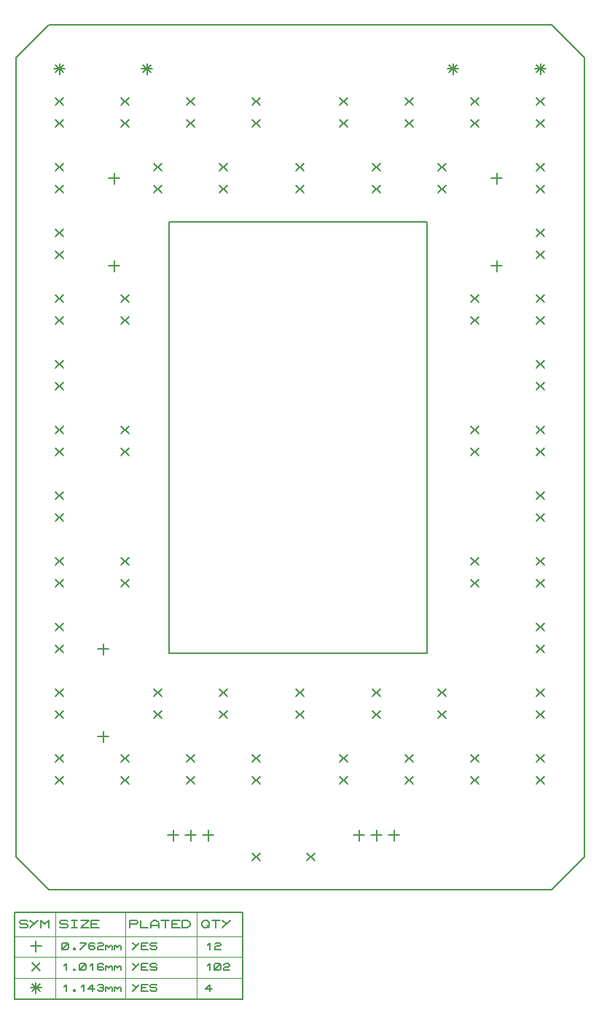
<source format=gbr>
G04 PROTEUS RS274X GERBER FILE*
%FSLAX45Y45*%
%MOMM*%
G01*
%ADD14C,0.203200*%
%ADD20C,0.127000*%
%ADD21C,0.063500*%
D14*
X-1314901Y-82099D02*
X-1225099Y-171901D01*
X-1314901Y-171901D02*
X-1225099Y-82099D01*
X-1314901Y-336099D02*
X-1225099Y-425901D01*
X-1314901Y-425901D02*
X-1225099Y-336099D01*
X-1314901Y-844099D02*
X-1225099Y-933901D01*
X-1314901Y-933901D02*
X-1225099Y-844099D01*
X-1314901Y-1098099D02*
X-1225099Y-1187901D01*
X-1314901Y-1187901D02*
X-1225099Y-1098099D01*
X-1314901Y-1606099D02*
X-1225099Y-1695901D01*
X-1314901Y-1695901D02*
X-1225099Y-1606099D01*
X-1314901Y-1860099D02*
X-1225099Y-1949901D01*
X-1314901Y-1949901D02*
X-1225099Y-1860099D01*
X-1314901Y-2368099D02*
X-1225099Y-2457901D01*
X-1314901Y-2457901D02*
X-1225099Y-2368099D01*
X-1314901Y-2622099D02*
X-1225099Y-2711901D01*
X-1314901Y-2711901D02*
X-1225099Y-2622099D01*
X-1314901Y-3130099D02*
X-1225099Y-3219901D01*
X-1314901Y-3219901D02*
X-1225099Y-3130099D01*
X-1314901Y-3384099D02*
X-1225099Y-3473901D01*
X-1314901Y-3473901D02*
X-1225099Y-3384099D01*
X-1314901Y-3892099D02*
X-1225099Y-3981901D01*
X-1314901Y-3981901D02*
X-1225099Y-3892099D01*
X-1314901Y-4146099D02*
X-1225099Y-4235901D01*
X-1314901Y-4235901D02*
X-1225099Y-4146099D01*
X-1314901Y-4654099D02*
X-1225099Y-4743901D01*
X-1314901Y-4743901D02*
X-1225099Y-4654099D01*
X-1314901Y-4908099D02*
X-1225099Y-4997901D01*
X-1314901Y-4997901D02*
X-1225099Y-4908099D01*
X-1314901Y-5416099D02*
X-1225099Y-5505901D01*
X-1314901Y-5505901D02*
X-1225099Y-5416099D01*
X-1314901Y-5670099D02*
X-1225099Y-5759901D01*
X-1314901Y-5759901D02*
X-1225099Y-5670099D01*
X-1314901Y-6178099D02*
X-1225099Y-6267901D01*
X-1314901Y-6267901D02*
X-1225099Y-6178099D01*
X-1314901Y-6432099D02*
X-1225099Y-6521901D01*
X-1314901Y-6521901D02*
X-1225099Y-6432099D01*
X-1314901Y+679901D02*
X-1225099Y+590099D01*
X-1314901Y+590099D02*
X-1225099Y+679901D01*
X-1314901Y+425901D02*
X-1225099Y+336099D01*
X-1314901Y+336099D02*
X-1225099Y+425901D01*
X-1314901Y+1441901D02*
X-1225099Y+1352099D01*
X-1314901Y+1352099D02*
X-1225099Y+1441901D01*
X-1314901Y+1187901D02*
X-1225099Y+1098099D01*
X-1314901Y+1098099D02*
X-1225099Y+1187901D01*
X+4273099Y-82099D02*
X+4362901Y-171901D01*
X+4273099Y-171901D02*
X+4362901Y-82099D01*
X+4273099Y-336099D02*
X+4362901Y-425901D01*
X+4273099Y-425901D02*
X+4362901Y-336099D01*
X+4273099Y-844099D02*
X+4362901Y-933901D01*
X+4273099Y-933901D02*
X+4362901Y-844099D01*
X+4273099Y-1098099D02*
X+4362901Y-1187901D01*
X+4273099Y-1187901D02*
X+4362901Y-1098099D01*
X+4273099Y-1606099D02*
X+4362901Y-1695901D01*
X+4273099Y-1695901D02*
X+4362901Y-1606099D01*
X+4273099Y-1860099D02*
X+4362901Y-1949901D01*
X+4273099Y-1949901D02*
X+4362901Y-1860099D01*
X+4273099Y-2368099D02*
X+4362901Y-2457901D01*
X+4273099Y-2457901D02*
X+4362901Y-2368099D01*
X+4273099Y-2622099D02*
X+4362901Y-2711901D01*
X+4273099Y-2711901D02*
X+4362901Y-2622099D01*
X+4273099Y-3130099D02*
X+4362901Y-3219901D01*
X+4273099Y-3219901D02*
X+4362901Y-3130099D01*
X+4273099Y-3384099D02*
X+4362901Y-3473901D01*
X+4273099Y-3473901D02*
X+4362901Y-3384099D01*
X+4273099Y-3892099D02*
X+4362901Y-3981901D01*
X+4273099Y-3981901D02*
X+4362901Y-3892099D01*
X+4273099Y-4146099D02*
X+4362901Y-4235901D01*
X+4273099Y-4235901D02*
X+4362901Y-4146099D01*
X+4273099Y-4654099D02*
X+4362901Y-4743901D01*
X+4273099Y-4743901D02*
X+4362901Y-4654099D01*
X+4273099Y-4908099D02*
X+4362901Y-4997901D01*
X+4273099Y-4997901D02*
X+4362901Y-4908099D01*
X+4273099Y-5416099D02*
X+4362901Y-5505901D01*
X+4273099Y-5505901D02*
X+4362901Y-5416099D01*
X+4273099Y-5670099D02*
X+4362901Y-5759901D01*
X+4273099Y-5759901D02*
X+4362901Y-5670099D01*
X+4273099Y-6178099D02*
X+4362901Y-6267901D01*
X+4273099Y-6267901D02*
X+4362901Y-6178099D01*
X+4273099Y-6432099D02*
X+4362901Y-6521901D01*
X+4273099Y-6521901D02*
X+4362901Y-6432099D01*
X+4273099Y+679901D02*
X+4362901Y+590099D01*
X+4273099Y+590099D02*
X+4362901Y+679901D01*
X+4273099Y+425901D02*
X+4362901Y+336099D01*
X+4273099Y+336099D02*
X+4362901Y+425901D01*
X+4273099Y+1441901D02*
X+4362901Y+1352099D01*
X+4273099Y+1352099D02*
X+4362901Y+1441901D01*
X+4273099Y+1187901D02*
X+4362901Y+1098099D01*
X+4273099Y+1098099D02*
X+4362901Y+1187901D01*
X-552901Y+1441901D02*
X-463099Y+1352099D01*
X-552901Y+1352099D02*
X-463099Y+1441901D01*
X-552901Y+1187901D02*
X-463099Y+1098099D01*
X-552901Y+1098099D02*
X-463099Y+1187901D01*
X+209099Y+1441901D02*
X+298901Y+1352099D01*
X+209099Y+1352099D02*
X+298901Y+1441901D01*
X+209099Y+1187901D02*
X+298901Y+1098099D01*
X+209099Y+1098099D02*
X+298901Y+1187901D01*
X+1987099Y+1441901D02*
X+2076901Y+1352099D01*
X+1987099Y+1352099D02*
X+2076901Y+1441901D01*
X+1987099Y+1187901D02*
X+2076901Y+1098099D01*
X+1987099Y+1098099D02*
X+2076901Y+1187901D01*
X+2749099Y+1441901D02*
X+2838901Y+1352099D01*
X+2749099Y+1352099D02*
X+2838901Y+1441901D01*
X+2749099Y+1187901D02*
X+2838901Y+1098099D01*
X+2749099Y+1098099D02*
X+2838901Y+1187901D01*
X+3511099Y+1441901D02*
X+3600901Y+1352099D01*
X+3511099Y+1352099D02*
X+3600901Y+1441901D01*
X+3511099Y+1187901D02*
X+3600901Y+1098099D01*
X+3511099Y+1098099D02*
X+3600901Y+1187901D01*
X+971099Y+1441901D02*
X+1060901Y+1352099D01*
X+971099Y+1352099D02*
X+1060901Y+1441901D01*
X+971099Y+1187901D02*
X+1060901Y+1098099D01*
X+971099Y+1098099D02*
X+1060901Y+1187901D01*
X-171901Y+679901D02*
X-82099Y+590099D01*
X-171901Y+590099D02*
X-82099Y+679901D01*
X-171901Y+425901D02*
X-82099Y+336099D01*
X-171901Y+336099D02*
X-82099Y+425901D01*
X+590099Y+679901D02*
X+679901Y+590099D01*
X+590099Y+590099D02*
X+679901Y+679901D01*
X+590099Y+425901D02*
X+679901Y+336099D01*
X+590099Y+336099D02*
X+679901Y+425901D01*
X+1479099Y+679901D02*
X+1568901Y+590099D01*
X+1479099Y+590099D02*
X+1568901Y+679901D01*
X+1479099Y+425901D02*
X+1568901Y+336099D01*
X+1479099Y+336099D02*
X+1568901Y+425901D01*
X+2368099Y+679901D02*
X+2457901Y+590099D01*
X+2368099Y+590099D02*
X+2457901Y+679901D01*
X+2368099Y+425901D02*
X+2457901Y+336099D01*
X+2368099Y+336099D02*
X+2457901Y+425901D01*
X+3130099Y+679901D02*
X+3219901Y+590099D01*
X+3130099Y+590099D02*
X+3219901Y+679901D01*
X+3130099Y+425901D02*
X+3219901Y+336099D01*
X+3130099Y+336099D02*
X+3219901Y+425901D01*
X-552901Y-6178099D02*
X-463099Y-6267901D01*
X-552901Y-6267901D02*
X-463099Y-6178099D01*
X-552901Y-6432099D02*
X-463099Y-6521901D01*
X-552901Y-6521901D02*
X-463099Y-6432099D01*
X+209099Y-6178099D02*
X+298901Y-6267901D01*
X+209099Y-6267901D02*
X+298901Y-6178099D01*
X+209099Y-6432099D02*
X+298901Y-6521901D01*
X+209099Y-6521901D02*
X+298901Y-6432099D01*
X+971099Y-6178099D02*
X+1060901Y-6267901D01*
X+971099Y-6267901D02*
X+1060901Y-6178099D01*
X+971099Y-6432099D02*
X+1060901Y-6521901D01*
X+971099Y-6521901D02*
X+1060901Y-6432099D01*
X+3511099Y-6178099D02*
X+3600901Y-6267901D01*
X+3511099Y-6267901D02*
X+3600901Y-6178099D01*
X+3511099Y-6432099D02*
X+3600901Y-6521901D01*
X+3511099Y-6521901D02*
X+3600901Y-6432099D01*
X+2749099Y-6178099D02*
X+2838901Y-6267901D01*
X+2749099Y-6267901D02*
X+2838901Y-6178099D01*
X+2749099Y-6432099D02*
X+2838901Y-6521901D01*
X+2749099Y-6521901D02*
X+2838901Y-6432099D01*
X+1987099Y-6178099D02*
X+2076901Y-6267901D01*
X+1987099Y-6267901D02*
X+2076901Y-6178099D01*
X+1987099Y-6432099D02*
X+2076901Y-6521901D01*
X+1987099Y-6521901D02*
X+2076901Y-6432099D01*
X-171901Y-5416099D02*
X-82099Y-5505901D01*
X-171901Y-5505901D02*
X-82099Y-5416099D01*
X-171901Y-5670099D02*
X-82099Y-5759901D01*
X-171901Y-5759901D02*
X-82099Y-5670099D01*
X+590099Y-5416099D02*
X+679901Y-5505901D01*
X+590099Y-5505901D02*
X+679901Y-5416099D01*
X+590099Y-5670099D02*
X+679901Y-5759901D01*
X+590099Y-5759901D02*
X+679901Y-5670099D01*
X+1479099Y-5416099D02*
X+1568901Y-5505901D01*
X+1479099Y-5505901D02*
X+1568901Y-5416099D01*
X+1479099Y-5670099D02*
X+1568901Y-5759901D01*
X+1479099Y-5759901D02*
X+1568901Y-5670099D01*
X+2368099Y-5416099D02*
X+2457901Y-5505901D01*
X+2368099Y-5505901D02*
X+2457901Y-5416099D01*
X+2368099Y-5670099D02*
X+2457901Y-5759901D01*
X+2368099Y-5759901D02*
X+2457901Y-5670099D01*
X+3130099Y-5416099D02*
X+3219901Y-5505901D01*
X+3130099Y-5505901D02*
X+3219901Y-5416099D01*
X+3130099Y-5670099D02*
X+3219901Y-5759901D01*
X+3130099Y-5759901D02*
X+3219901Y-5670099D01*
X-552901Y-844099D02*
X-463099Y-933901D01*
X-552901Y-933901D02*
X-463099Y-844099D01*
X-552901Y-1098099D02*
X-463099Y-1187901D01*
X-552901Y-1187901D02*
X-463099Y-1098099D01*
X-552901Y-2368099D02*
X-463099Y-2457901D01*
X-552901Y-2457901D02*
X-463099Y-2368099D01*
X-552901Y-2622099D02*
X-463099Y-2711901D01*
X-552901Y-2711901D02*
X-463099Y-2622099D01*
X-552901Y-3892099D02*
X-463099Y-3981901D01*
X-552901Y-3981901D02*
X-463099Y-3892099D01*
X-552901Y-4146099D02*
X-463099Y-4235901D01*
X-552901Y-4235901D02*
X-463099Y-4146099D01*
X+3511099Y-1098099D02*
X+3600901Y-1187901D01*
X+3511099Y-1187901D02*
X+3600901Y-1098099D01*
X+3511099Y-844099D02*
X+3600901Y-933901D01*
X+3511099Y-933901D02*
X+3600901Y-844099D01*
X+3511099Y-2622099D02*
X+3600901Y-2711901D01*
X+3511099Y-2711901D02*
X+3600901Y-2622099D01*
X+3511099Y-2368099D02*
X+3600901Y-2457901D01*
X+3511099Y-2457901D02*
X+3600901Y-2368099D01*
X+3511099Y-4146099D02*
X+3600901Y-4235901D01*
X+3511099Y-4235901D02*
X+3600901Y-4146099D01*
X+3511099Y-3892099D02*
X+3600901Y-3981901D01*
X+3511099Y-3981901D02*
X+3600901Y-3892099D01*
X-254000Y+1841500D02*
X-254000Y+1714500D01*
X-317500Y+1778000D02*
X-190500Y+1778000D01*
X-298901Y+1822901D02*
X-209099Y+1733099D01*
X-298901Y+1733099D02*
X-209099Y+1822901D01*
X-1270000Y+1841500D02*
X-1270000Y+1714500D01*
X-1333500Y+1778000D02*
X-1206500Y+1778000D01*
X-1314901Y+1822901D02*
X-1225099Y+1733099D01*
X-1314901Y+1733099D02*
X-1225099Y+1822901D01*
X+4318000Y+1841500D02*
X+4318000Y+1714500D01*
X+4254500Y+1778000D02*
X+4381500Y+1778000D01*
X+4273099Y+1822901D02*
X+4362901Y+1733099D01*
X+4273099Y+1733099D02*
X+4362901Y+1822901D01*
X+3302000Y+1841500D02*
X+3302000Y+1714500D01*
X+3238500Y+1778000D02*
X+3365500Y+1778000D01*
X+3257099Y+1822901D02*
X+3346901Y+1733099D01*
X+3257099Y+1733099D02*
X+3346901Y+1822901D01*
X-635000Y+571500D02*
X-635000Y+444500D01*
X-698500Y+508000D02*
X-571500Y+508000D01*
X-635000Y-444500D02*
X-635000Y-571500D01*
X-698500Y-508000D02*
X-571500Y-508000D01*
X+3810000Y+571500D02*
X+3810000Y+444500D01*
X+3746500Y+508000D02*
X+3873500Y+508000D01*
X+3810000Y-444500D02*
X+3810000Y-571500D01*
X+3746500Y-508000D02*
X+3873500Y-508000D01*
X-762000Y-4889500D02*
X-762000Y-5016500D01*
X-825500Y-4953000D02*
X-698500Y-4953000D01*
X-762000Y-5905500D02*
X-762000Y-6032500D01*
X-825500Y-5969000D02*
X-698500Y-5969000D01*
X+457200Y-7048500D02*
X+457200Y-7175500D01*
X+393700Y-7112000D02*
X+520700Y-7112000D01*
X+254000Y-7048500D02*
X+254000Y-7175500D01*
X+190500Y-7112000D02*
X+317500Y-7112000D01*
X+50800Y-7048500D02*
X+50800Y-7175500D01*
X-12700Y-7112000D02*
X+114300Y-7112000D01*
X+2209800Y-7048500D02*
X+2209800Y-7175500D01*
X+2146300Y-7112000D02*
X+2273300Y-7112000D01*
X+2413000Y-7048500D02*
X+2413000Y-7175500D01*
X+2349500Y-7112000D02*
X+2476500Y-7112000D01*
X+2616200Y-7048500D02*
X+2616200Y-7175500D01*
X+2552700Y-7112000D02*
X+2679700Y-7112000D01*
X+971099Y-7321099D02*
X+1060901Y-7410901D01*
X+971099Y-7410901D02*
X+1060901Y-7321099D01*
X+1606099Y-7321099D02*
X+1695901Y-7410901D01*
X+1606099Y-7410901D02*
X+1695901Y-7321099D01*
X+0Y-5000000D02*
X+3000000Y-5000000D01*
X+3000000Y+0D01*
X+0Y+0D01*
X+0Y-5000000D01*
X-1778000Y+1905000D02*
X-1397000Y+2286000D01*
X+4445000Y+2286000D02*
X+4826000Y+1905000D01*
X+4826000Y-7366000D02*
X+4445000Y-7747000D01*
X-1778000Y-7366000D02*
X-1397000Y-7747000D01*
X+4445000Y-7747000D01*
X+4826000Y-7366000D02*
X+4826000Y+1905000D01*
X+4445000Y+2286000D02*
X-1397000Y+2286000D01*
X-1778000Y+1905000D02*
X-1778000Y-7366000D01*
D20*
X-1788160Y-9014460D02*
X+855980Y-9014460D01*
X+855980Y-8011160D01*
X-1788160Y-8011160D01*
X-1788160Y-9014460D01*
D21*
X-1320798Y-8011160D02*
X-1320798Y-9014460D01*
X-507998Y-8011160D02*
X-507998Y-9014460D01*
X+325122Y-8011160D02*
X+325122Y-9014460D01*
X-1788160Y-8284210D02*
X+855980Y-8284210D01*
X-1788160Y-8525510D02*
X+855980Y-8525510D01*
X-1788160Y-8766810D02*
X+855980Y-8766810D01*
D20*
X-1731010Y-8174990D02*
X-1715770Y-8190230D01*
X-1654810Y-8190230D01*
X-1639570Y-8174990D01*
X-1639570Y-8159750D01*
X-1654810Y-8144510D01*
X-1715770Y-8144510D01*
X-1731010Y-8129270D01*
X-1731010Y-8114030D01*
X-1715770Y-8098790D01*
X-1654810Y-8098790D01*
X-1639570Y-8114030D01*
X-1517650Y-8098790D02*
X-1609090Y-8190230D01*
X-1609090Y-8098790D02*
X-1563370Y-8144510D01*
X-1487170Y-8190230D02*
X-1487170Y-8098790D01*
X-1441450Y-8144510D01*
X-1395730Y-8098790D01*
X-1395730Y-8190230D01*
X-1263650Y-8174990D02*
X-1248410Y-8190230D01*
X-1187450Y-8190230D01*
X-1172210Y-8174990D01*
X-1172210Y-8159750D01*
X-1187450Y-8144510D01*
X-1248410Y-8144510D01*
X-1263650Y-8129270D01*
X-1263650Y-8114030D01*
X-1248410Y-8098790D01*
X-1187450Y-8098790D01*
X-1172210Y-8114030D01*
X-1126490Y-8098790D02*
X-1065530Y-8098790D01*
X-1096010Y-8098790D02*
X-1096010Y-8190230D01*
X-1126490Y-8190230D02*
X-1065530Y-8190230D01*
X-1019810Y-8098790D02*
X-928370Y-8098790D01*
X-1019810Y-8190230D01*
X-928370Y-8190230D01*
X-806450Y-8190230D02*
X-897890Y-8190230D01*
X-897890Y-8098790D01*
X-806450Y-8098790D01*
X-897890Y-8144510D02*
X-836930Y-8144510D01*
X-450850Y-8190230D02*
X-450850Y-8098790D01*
X-374650Y-8098790D01*
X-359410Y-8114030D01*
X-359410Y-8129270D01*
X-374650Y-8144510D01*
X-450850Y-8144510D01*
X-328930Y-8098790D02*
X-328930Y-8190230D01*
X-237490Y-8190230D01*
X-207010Y-8190230D02*
X-207010Y-8129270D01*
X-176530Y-8098790D01*
X-146050Y-8098790D01*
X-115570Y-8129270D01*
X-115570Y-8190230D01*
X-207010Y-8159750D02*
X-115570Y-8159750D01*
X-85090Y-8098790D02*
X+6350Y-8098790D01*
X-39370Y-8098790D02*
X-39370Y-8190230D01*
X+128270Y-8190230D02*
X+36830Y-8190230D01*
X+36830Y-8098790D01*
X+128270Y-8098790D01*
X+36830Y-8144510D02*
X+97790Y-8144510D01*
X+158750Y-8190230D02*
X+158750Y-8098790D01*
X+219710Y-8098790D01*
X+250190Y-8129270D01*
X+250190Y-8159750D01*
X+219710Y-8190230D01*
X+158750Y-8190230D01*
X+382270Y-8129270D02*
X+412750Y-8098790D01*
X+443230Y-8098790D01*
X+473710Y-8129270D01*
X+473710Y-8159750D01*
X+443230Y-8190230D01*
X+412750Y-8190230D01*
X+382270Y-8159750D01*
X+382270Y-8129270D01*
X+443230Y-8159750D02*
X+473710Y-8190230D01*
X+504190Y-8098790D02*
X+595630Y-8098790D01*
X+549910Y-8098790D02*
X+549910Y-8190230D01*
X+717550Y-8098790D02*
X+626110Y-8190230D01*
X+626110Y-8098790D02*
X+671830Y-8144510D01*
D14*
X-1541780Y-8335010D02*
X-1541780Y-8462010D01*
X-1605280Y-8398510D02*
X-1478280Y-8398510D01*
D20*
X-1244600Y-8423910D02*
X-1244600Y-8373110D01*
X-1231900Y-8360410D01*
X-1181100Y-8360410D01*
X-1168400Y-8373110D01*
X-1168400Y-8423910D01*
X-1181100Y-8436610D01*
X-1231900Y-8436610D01*
X-1244600Y-8423910D01*
X-1244600Y-8436610D02*
X-1168400Y-8360410D01*
X-1104900Y-8423910D02*
X-1092200Y-8423910D01*
X-1092200Y-8436610D01*
X-1104900Y-8436610D01*
X-1104900Y-8423910D01*
X-1028700Y-8360410D02*
X-965200Y-8360410D01*
X-965200Y-8373110D01*
X-1028700Y-8436610D01*
X-863600Y-8373110D02*
X-876300Y-8360410D01*
X-914400Y-8360410D01*
X-927100Y-8373110D01*
X-927100Y-8423910D01*
X-914400Y-8436610D01*
X-876300Y-8436610D01*
X-863600Y-8423910D01*
X-863600Y-8411210D01*
X-876300Y-8398510D01*
X-927100Y-8398510D01*
X-825500Y-8373110D02*
X-812800Y-8360410D01*
X-774700Y-8360410D01*
X-762000Y-8373110D01*
X-762000Y-8385810D01*
X-774700Y-8398510D01*
X-812800Y-8398510D01*
X-825500Y-8411210D01*
X-825500Y-8436610D01*
X-762000Y-8436610D01*
X-736600Y-8436610D02*
X-736600Y-8385810D01*
X-736600Y-8398510D02*
X-723900Y-8385810D01*
X-698500Y-8411210D01*
X-673100Y-8385810D01*
X-660400Y-8398510D01*
X-660400Y-8436610D01*
X-635000Y-8436610D02*
X-635000Y-8385810D01*
X-635000Y-8398510D02*
X-622300Y-8385810D01*
X-596900Y-8411210D01*
X-571500Y-8385810D01*
X-558800Y-8398510D01*
X-558800Y-8436610D01*
X-342900Y-8360410D02*
X-419100Y-8436610D01*
X-419100Y-8360410D02*
X-381000Y-8398510D01*
X-241300Y-8436610D02*
X-317500Y-8436610D01*
X-317500Y-8360410D01*
X-241300Y-8360410D01*
X-317500Y-8398510D02*
X-266700Y-8398510D01*
X-215900Y-8423910D02*
X-203200Y-8436610D01*
X-152400Y-8436610D01*
X-139700Y-8423910D01*
X-139700Y-8411210D01*
X-152400Y-8398510D01*
X-203200Y-8398510D01*
X-215900Y-8385810D01*
X-215900Y-8373110D01*
X-203200Y-8360410D01*
X-152400Y-8360410D01*
X-139700Y-8373110D01*
X+452120Y-8385810D02*
X+477520Y-8360410D01*
X+477520Y-8436610D01*
X+541020Y-8373110D02*
X+553720Y-8360410D01*
X+591820Y-8360410D01*
X+604520Y-8373110D01*
X+604520Y-8385810D01*
X+591820Y-8398510D01*
X+553720Y-8398510D01*
X+541020Y-8411210D01*
X+541020Y-8436610D01*
X+604520Y-8436610D01*
D14*
X-1586681Y-8594909D02*
X-1496879Y-8684711D01*
X-1586681Y-8684711D02*
X-1496879Y-8594909D01*
D20*
X-1219200Y-8627110D02*
X-1193800Y-8601710D01*
X-1193800Y-8677910D01*
X-1104900Y-8665210D02*
X-1092200Y-8665210D01*
X-1092200Y-8677910D01*
X-1104900Y-8677910D01*
X-1104900Y-8665210D01*
X-1041400Y-8665210D02*
X-1041400Y-8614410D01*
X-1028700Y-8601710D01*
X-977900Y-8601710D01*
X-965200Y-8614410D01*
X-965200Y-8665210D01*
X-977900Y-8677910D01*
X-1028700Y-8677910D01*
X-1041400Y-8665210D01*
X-1041400Y-8677910D02*
X-965200Y-8601710D01*
X-914400Y-8627110D02*
X-889000Y-8601710D01*
X-889000Y-8677910D01*
X-762000Y-8614410D02*
X-774700Y-8601710D01*
X-812800Y-8601710D01*
X-825500Y-8614410D01*
X-825500Y-8665210D01*
X-812800Y-8677910D01*
X-774700Y-8677910D01*
X-762000Y-8665210D01*
X-762000Y-8652510D01*
X-774700Y-8639810D01*
X-825500Y-8639810D01*
X-736600Y-8677910D02*
X-736600Y-8627110D01*
X-736600Y-8639810D02*
X-723900Y-8627110D01*
X-698500Y-8652510D01*
X-673100Y-8627110D01*
X-660400Y-8639810D01*
X-660400Y-8677910D01*
X-635000Y-8677910D02*
X-635000Y-8627110D01*
X-635000Y-8639810D02*
X-622300Y-8627110D01*
X-596900Y-8652510D01*
X-571500Y-8627110D01*
X-558800Y-8639810D01*
X-558800Y-8677910D01*
X-342900Y-8601710D02*
X-419100Y-8677910D01*
X-419100Y-8601710D02*
X-381000Y-8639810D01*
X-241300Y-8677910D02*
X-317500Y-8677910D01*
X-317500Y-8601710D01*
X-241300Y-8601710D01*
X-317500Y-8639810D02*
X-266700Y-8639810D01*
X-215900Y-8665210D02*
X-203200Y-8677910D01*
X-152400Y-8677910D01*
X-139700Y-8665210D01*
X-139700Y-8652510D01*
X-152400Y-8639810D01*
X-203200Y-8639810D01*
X-215900Y-8627110D01*
X-215900Y-8614410D01*
X-203200Y-8601710D01*
X-152400Y-8601710D01*
X-139700Y-8614410D01*
X+452120Y-8627110D02*
X+477520Y-8601710D01*
X+477520Y-8677910D01*
X+528320Y-8665210D02*
X+528320Y-8614410D01*
X+541020Y-8601710D01*
X+591820Y-8601710D01*
X+604520Y-8614410D01*
X+604520Y-8665210D01*
X+591820Y-8677910D01*
X+541020Y-8677910D01*
X+528320Y-8665210D01*
X+528320Y-8677910D02*
X+604520Y-8601710D01*
X+642620Y-8614410D02*
X+655320Y-8601710D01*
X+693420Y-8601710D01*
X+706120Y-8614410D01*
X+706120Y-8627110D01*
X+693420Y-8639810D01*
X+655320Y-8639810D01*
X+642620Y-8652510D01*
X+642620Y-8677910D01*
X+706120Y-8677910D01*
D14*
X-1541780Y-8817610D02*
X-1541780Y-8944610D01*
X-1605280Y-8881110D02*
X-1478280Y-8881110D01*
X-1586681Y-8836209D02*
X-1496879Y-8926011D01*
X-1586681Y-8926011D02*
X-1496879Y-8836209D01*
D20*
X-1219200Y-8868410D02*
X-1193800Y-8843010D01*
X-1193800Y-8919210D01*
X-1104900Y-8906510D02*
X-1092200Y-8906510D01*
X-1092200Y-8919210D01*
X-1104900Y-8919210D01*
X-1104900Y-8906510D01*
X-1016000Y-8868410D02*
X-990600Y-8843010D01*
X-990600Y-8919210D01*
X-863600Y-8893810D02*
X-939800Y-8893810D01*
X-889000Y-8843010D01*
X-889000Y-8919210D01*
X-825500Y-8855710D02*
X-812800Y-8843010D01*
X-774700Y-8843010D01*
X-762000Y-8855710D01*
X-762000Y-8868410D01*
X-774700Y-8881110D01*
X-762000Y-8893810D01*
X-762000Y-8906510D01*
X-774700Y-8919210D01*
X-812800Y-8919210D01*
X-825500Y-8906510D01*
X-800100Y-8881110D02*
X-774700Y-8881110D01*
X-736600Y-8919210D02*
X-736600Y-8868410D01*
X-736600Y-8881110D02*
X-723900Y-8868410D01*
X-698500Y-8893810D01*
X-673100Y-8868410D01*
X-660400Y-8881110D01*
X-660400Y-8919210D01*
X-635000Y-8919210D02*
X-635000Y-8868410D01*
X-635000Y-8881110D02*
X-622300Y-8868410D01*
X-596900Y-8893810D01*
X-571500Y-8868410D01*
X-558800Y-8881110D01*
X-558800Y-8919210D01*
X-342900Y-8843010D02*
X-419100Y-8919210D01*
X-419100Y-8843010D02*
X-381000Y-8881110D01*
X-241300Y-8919210D02*
X-317500Y-8919210D01*
X-317500Y-8843010D01*
X-241300Y-8843010D01*
X-317500Y-8881110D02*
X-266700Y-8881110D01*
X-215900Y-8906510D02*
X-203200Y-8919210D01*
X-152400Y-8919210D01*
X-139700Y-8906510D01*
X-139700Y-8893810D01*
X-152400Y-8881110D01*
X-203200Y-8881110D01*
X-215900Y-8868410D01*
X-215900Y-8855710D01*
X-203200Y-8843010D01*
X-152400Y-8843010D01*
X-139700Y-8855710D01*
X+502920Y-8893810D02*
X+426720Y-8893810D01*
X+477520Y-8843010D01*
X+477520Y-8919210D01*
M02*

</source>
